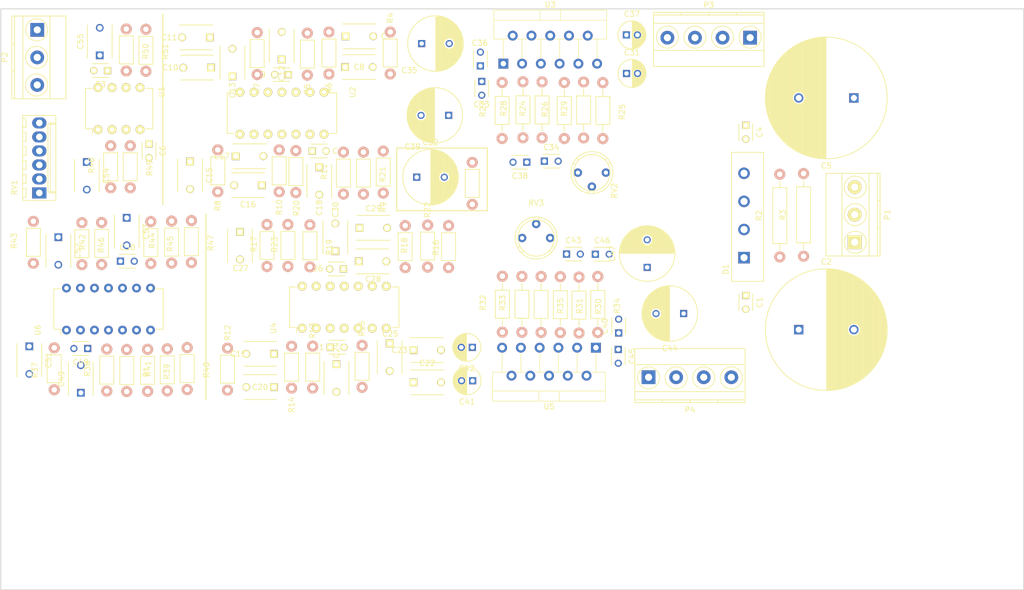
<source format=kicad_pcb>
(kicad_pcb (version 4) (host pcbnew 4.0.5+dfsg1-4)
  (layers (0 F.Cu signal) (31 B.Cu signal) (34 B.Paste user) (35 F.Paste user) (36 B.SilkS user) (37 F.SilkS user) (38 B.Mask user) (39 F.Mask user) (44 Edge.Cuts user))
  (net 0 "")
  (net 1 GND)
  (net 2 "Net-(C10-Pad2)")
  (net 3 "Net-(C12-Pad1)")
  (net 4 "Net-(C17-Pad2)")
  (net 5 +12V)
  (net 6 -12V)
  (net 7 "Net-(C25-Pad1)")
  (net 8 "Net-(C17-Pad1)")
  (net 9 "Net-(C18-Pad1)")
  (net 10 "Net-(C19-Pad2)")
  (net 11 "Net-(C24-Pad1)")
  (net 12 "Net-(C7-Pad1)")
  (net 13 "Net-(C7-Pad2)")
  (net 14 "Net-(C13-Pad1)")
  (net 15 "Net-(C15-Pad1)")
  (net 16 "Net-(C16-Pad1)")
  (net 17 "Net-(C19-Pad1)")
  (net 18 "Net-(C22-Pad2)")
  (net 19 "Net-(C27-Pad1)")
  (net 20 "Net-(C28-Pad1)")
  (net 21 "Net-(C29-Pad1)")
  (net 22 "Net-(C29-Pad2)")
  (net 23 "Net-(C30-Pad1)")
  (net 24 "Net-(R10-Pad1)")
  (net 25 "Net-(R11-Pad1)")
  (net 26 "Net-(R18-Pad1)")
  (net 27 "Net-(R19-Pad1)")
  (net 28 "Net-(RV1-Pad2)")
  (net 29 "Net-(RV1-Pad5)")
  (net 30 "Net-(C10-Pad1)")
  (net 31 "Net-(R24-Pad1)")
  (net 32 "Net-(C34-Pad1)")
  (net 33 "Net-(C22-Pad1)")
  (net 34 "Net-(C37-Pad2)")
  (net 35 "Net-(C38-Pad1)")
  (net 36 "Net-(C42-Pad2)")
  (net 37 "Net-(C43-Pad1)")
  (net 38 "Net-(C46-Pad1)")
  (net 39 "Net-(R27-Pad1)")
  (net 40 "Net-(R30-Pad1)")
  (net 41 "Net-(R33-Pad1)")
  (net 42 /right_high_out)
  (net 43 /right_low_out)
  (net 44 /left_high_out)
  (net 45 /left_low_out)
  (net 46 /-12VAC)
  (net 47 /+12VAC)
  (net 48 /1s_delay)
  (net 49 /right_tweeter_ph)
  (net 50 /left_tweeter_ph)
  (net 51 /right_woofer_in)
  (net 52 "Net-(C49-Pad2)")
  (net 53 "Net-(C51-Pad1)")
  (net 54 "Net-(C51-Pad2)")
  (net 55 "Net-(C52-Pad1)")
  (net 56 "Net-(C52-Pad2)")
  (net 57 /left_woofer_in)
  (net 58 "Net-(C53-Pad2)")
  (net 59 /right_in)
  (net 60 /left_in)
  (net 61 "Net-(R1-Pad1)")
  (net 62 "Net-(R39-Pad1)")
  (net 63 "Net-(R42-Pad1)")
  (net 64 "Net-(R44-Pad1)")
  (net 65 "Net-(R25-Pad2)")
  (net 66 "Net-(R32-Pad2)")
  (net 67 "Net-(C54-Pad2)")
  (net 68 "Net-(C55-Pad2)")
  (net 69 "Net-(C31-Pad1)")
  (net 70 "Net-(C37-Pad1)")
  (net 71 "Net-(C41-Pad1)")
  (net 72 "Net-(C42-Pad1)")
  (net 73 "Net-(RV2-Pad2)")
  (net 74 "Net-(RV3-Pad2)")
  (module Housings_DIP:DIP-14_W7.62mm (layer F.Cu) (at 86.065918 31.342686 270)
    (fp_text reference U2 (at 0 -5.22 270) (layer F.SilkS))
    (fp_text value TL074)
    (pad 1 thru_hole oval (at 0 0 270) (size 1.6 1.6) (drill 0.8) (layers *.Cu *.Mask F.SilkS) (net 12 "Net-(C7-Pad1)"))
    (pad 2 thru_hole oval (at 0 2.54 270) (size 1.6 1.6) (drill 0.8) (layers *.Cu *.Mask F.SilkS) (net 12 "Net-(C7-Pad1)"))
    (pad 3 thru_hole oval (at 0 5.08 270) (size 1.6 1.6) (drill 0.8) (layers *.Cu *.Mask F.SilkS) (net 3 "Net-(C12-Pad1)"))
    (pad 4 thru_hole oval (at 0 7.62 270) (size 1.6 1.6) (drill 0.8) (layers *.Cu *.Mask F.SilkS) (net 5 +12V))
    (pad 5 thru_hole oval (at 0 10.16 270) (size 1.6 1.6) (drill 0.8) (layers *.Cu *.Mask F.SilkS) (net 14 "Net-(C13-Pad1)"))
    (pad 6 thru_hole oval (at 0 12.7 270) (size 1.6 1.6) (drill 0.8) (layers *.Cu *.Mask F.SilkS) (net 30 "Net-(C10-Pad1)"))
    (pad 7 thru_hole oval (at 0 15.24 270) (size 1.6 1.6) (drill 0.8) (layers *.Cu *.Mask F.SilkS) (net 30 "Net-(C10-Pad1)"))
    (pad 8 thru_hole oval (at 7.62 15.24 270) (size 1.6 1.6) (drill 0.8) (layers *.Cu *.Mask F.SilkS) (net 4 "Net-(C17-Pad2)"))
    (pad 9 thru_hole oval (at 7.62 12.7 270) (size 1.6 1.6) (drill 0.8) (layers *.Cu *.Mask F.SilkS) (net 4 "Net-(C17-Pad2)"))
    (pad 10 thru_hole oval (at 7.62 10.16 270) (size 1.6 1.6) (drill 0.8) (layers *.Cu *.Mask F.SilkS) (net 16 "Net-(C16-Pad1)"))
    (pad 11 thru_hole oval (at 7.62 7.62 270) (size 1.6 1.6) (drill 0.8) (layers *.Cu *.Mask F.SilkS) (net 6 -12V))
    (pad 12 thru_hole oval (at 7.62 5.08 270) (size 1.6 1.6) (drill 0.8) (layers *.Cu *.Mask F.SilkS) (net 9 "Net-(C18-Pad1)"))
    (pad 13 thru_hole oval (at 7.62 2.54 270) (size 1.6 1.6) (drill 0.8) (layers *.Cu *.Mask F.SilkS) (net 34 "Net-(C37-Pad2)"))
    (pad 14 thru_hole oval (at 7.62 0 270) (size 1.6 1.6) (drill 0.8) (layers *.Cu *.Mask F.SilkS) (net 34 "Net-(C37-Pad2)"))
  )
  (module Terminal_Blocks:TerminalBlock_Pheonix_MKDS1.5-3pol (layer F.Cu) (at 182.276096 58.559796 90)
    (fp_text reference P1 (at 5 5.9 90) (layer F.SilkS))
    (fp_text value CONN_01X03)
    (pad 3 thru_hole circle (at 10 0 90) (size 2.5 2.5) (drill 1.3) (layers *.Cu *.Mask F.SilkS) (net 47 /+12VAC))
    (pad 1 thru_hole rect (at 0 0 90) (size 2.5 2.5) (drill 1.3) (layers *.Cu *.Mask F.SilkS) (net 46 /-12VAC))
    (pad 2 thru_hole circle (at 5 0 90) (size 2.5 2.5) (drill 1.3) (layers *.Cu *.Mask F.SilkS) (net 1 GND))
  )
  (module Capacitors_ThroughHole:C_Disc_D6_P5 (layer F.Cu) (at 65.569398 26.874826 180)
    (fp_text reference C10 (at 7.366 0 180) (layer F.SilkS))
    (fp_text value 100n)
    (pad 1 thru_hole rect (at 0 0 180) (size 1.4 1.4) (drill 0.9) (layers *.Cu *.Mask F.SilkS) (net 30 "Net-(C10-Pad1)"))
    (pad 2 thru_hole circle (at 5 0 180) (size 1.4 1.4) (drill 0.9) (layers *.Cu *.Mask F.SilkS) (net 2 "Net-(C10-Pad2)"))
  )
  (module Capacitors_ThroughHole:C_Disc_D6_P5 (layer F.Cu) (at 65.373818 21.401126 180)
    (fp_text reference C11 (at 7.366 0 180) (layer F.SilkS))
    (fp_text value 100n)
    (pad 1 thru_hole rect (at 0 0 180) (size 1.4 1.4) (drill 0.9) (layers *.Cu *.Mask F.SilkS) (net 30 "Net-(C10-Pad1)"))
    (pad 2 thru_hole circle (at 5 0 180) (size 1.4 1.4) (drill 0.9) (layers *.Cu *.Mask F.SilkS) (net 2 "Net-(C10-Pad2)"))
  )
  (module Capacitors_ThroughHole:C_Disc_D6_P5 (layer F.Cu) (at 78.407818 25.392746 90)
    (fp_text reference C12 (at -2.54 0 90) (layer F.SilkS))
    (fp_text value 100n)
    (pad 1 thru_hole rect (at 0 0 90) (size 1.4 1.4) (drill 0.9) (layers *.Cu *.Mask F.SilkS) (net 3 "Net-(C12-Pad1)"))
    (pad 2 thru_hole circle (at 5 0 90) (size 1.4 1.4) (drill 0.9) (layers *.Cu *.Mask F.SilkS) (net 1 GND))
  )
  (module Capacitors_ThroughHole:C_Disc_D6_P5 (layer F.Cu) (at 70.068998 42.958106)
    (fp_text reference C17 (at -2.54 0) (layer F.SilkS))
    (fp_text value 100n)
    (pad 1 thru_hole rect (at 0 0) (size 1.4 1.4) (drill 0.9) (layers *.Cu *.Mask F.SilkS) (net 8 "Net-(C17-Pad1)"))
    (pad 2 thru_hole circle (at 5 0) (size 1.4 1.4) (drill 0.9) (layers *.Cu *.Mask F.SilkS) (net 4 "Net-(C17-Pad2)"))
  )
  (module Capacitors_ThroughHole:C_Disc_D6_P5 (layer F.Cu) (at 85.212478 44.945646 270)
    (fp_text reference C18 (at 7.366 0 270) (layer F.SilkS))
    (fp_text value 100n)
    (pad 1 thru_hole rect (at 0 0 270) (size 1.4 1.4) (drill 0.9) (layers *.Cu *.Mask F.SilkS) (net 9 "Net-(C18-Pad1)"))
    (pad 2 thru_hole circle (at 5 0 270) (size 1.4 1.4) (drill 0.9) (layers *.Cu *.Mask F.SilkS) (net 8 "Net-(C17-Pad1)"))
  )
  (module Capacitors_ThroughHole:C_Disc_D6_P5 (layer F.Cu) (at 76.99122 78.81874 180)
    (fp_text reference C19 (at 6.42938 0 180) (layer F.SilkS))
    (fp_text value 100n)
    (pad 1 thru_hole rect (at 0 0 180) (size 1.4 1.4) (drill 0.9) (layers *.Cu *.Mask F.SilkS) (net 17 "Net-(C19-Pad1)"))
    (pad 2 thru_hole circle (at 5 0 180) (size 1.4 1.4) (drill 0.9) (layers *.Cu *.Mask F.SilkS) (net 10 "Net-(C19-Pad2)"))
  )
  (module Capacitors_ThroughHole:C_Disc_D6_P5 (layer F.Cu) (at 76.9874 84.8487 180)
    (fp_text reference C20 (at 2.5 0 180) (layer F.SilkS))
    (fp_text value 100n)
    (pad 1 thru_hole rect (at 0 0 180) (size 1.4 1.4) (drill 0.9) (layers *.Cu *.Mask F.SilkS) (net 17 "Net-(C19-Pad1)"))
    (pad 2 thru_hole circle (at 5 0 180) (size 1.4 1.4) (drill 0.9) (layers *.Cu *.Mask F.SilkS) (net 10 "Net-(C19-Pad2)"))
  )
  (module Capacitors_ThroughHole:C_Disc_D6_P5 (layer F.Cu) (at 102.28198 83.98764)
    (fp_text reference C22 (at 2.5 -3.5) (layer F.SilkS))
    (fp_text value 100n)
    (pad 1 thru_hole rect (at 0 0) (size 1.4 1.4) (drill 0.9) (layers *.Cu *.Mask F.SilkS) (net 33 "Net-(C22-Pad1)"))
    (pad 2 thru_hole circle (at 5 0) (size 1.4 1.4) (drill 0.9) (layers *.Cu *.Mask F.SilkS) (net 18 "Net-(C22-Pad2)"))
  )
  (module Capacitors_ThroughHole:C_Disc_D3_P2.5 (layer F.Cu) (at 83.942478 42.020206)
    (fp_text reference C14 (at 5.08 0) (layer F.SilkS))
    (fp_text value 100n)
    (pad 1 thru_hole rect (at 0 0) (size 1.3 1.3) (drill 0.8) (layers *.Cu *.Mask F.SilkS) (net 6 -12V))
    (pad 2 thru_hole circle (at 2.5 0) (size 1.3 1.3) (drill 0.8001) (layers *.Cu *.Mask F.SilkS) (net 1 GND))
  )
  (module Capacitors_ThroughHole:C_Disc_D3_P2.5 (layer F.Cu) (at 162.527596 68.211796 270)
    (fp_text reference C1 (at 1.25 -2.5 270) (layer F.SilkS))
    (fp_text value 100n)
    (pad 1 thru_hole rect (at 0 0 270) (size 1.3 1.3) (drill 0.8) (layers *.Cu *.Mask F.SilkS) (net 5 +12V))
    (pad 2 thru_hole circle (at 2.5 0 270) (size 1.3 1.3) (drill 0.8001) (layers *.Cu *.Mask F.SilkS) (net 1 GND))
  )
  (module Capacitors_ThroughHole:C_Disc_D6_P5 (layer F.Cu) (at 89.995298 21.205546)
    (fp_text reference C7 (at 7.366 0) (layer F.SilkS))
    (fp_text value 100n)
    (pad 1 thru_hole rect (at 0 0) (size 1.4 1.4) (drill 0.9) (layers *.Cu *.Mask F.SilkS) (net 12 "Net-(C7-Pad1)"))
    (pad 2 thru_hole circle (at 5 0) (size 1.4 1.4) (drill 0.9) (layers *.Cu *.Mask F.SilkS) (net 13 "Net-(C7-Pad2)"))
  )
  (module Capacitors_ThroughHole:C_Disc_D6_P5 (layer F.Cu) (at 89.896238 26.778306)
    (fp_text reference C8 (at 2.54 0) (layer F.SilkS))
    (fp_text value 100n)
    (pad 1 thru_hole rect (at 0 0) (size 1.4 1.4) (drill 0.9) (layers *.Cu *.Mask F.SilkS) (net 12 "Net-(C7-Pad1)"))
    (pad 2 thru_hole circle (at 5 0) (size 1.4 1.4) (drill 0.9) (layers *.Cu *.Mask F.SilkS) (net 13 "Net-(C7-Pad2)"))
  )
  (module Capacitors_ThroughHole:C_Disc_D6_P5 (layer F.Cu) (at 102.28198 78.12786)
    (fp_text reference C23 (at -2.54 0) (layer F.SilkS))
    (fp_text value 100n)
    (pad 1 thru_hole rect (at 0 0) (size 1.4 1.4) (drill 0.9) (layers *.Cu *.Mask F.SilkS) (net 33 "Net-(C22-Pad1)"))
    (pad 2 thru_hole circle (at 5 0) (size 1.4 1.4) (drill 0.9) (layers *.Cu *.Mask F.SilkS) (net 18 "Net-(C22-Pad2)"))
  )
  (module Capacitors_ThroughHole:C_Disc_D6_P5 (layer F.Cu) (at 88.3285 80.70976 270)
    (fp_text reference C24 (at -2.54 0 270) (layer F.SilkS))
    (fp_text value 100n)
    (pad 1 thru_hole rect (at 0 0 270) (size 1.4 1.4) (drill 0.9) (layers *.Cu *.Mask F.SilkS) (net 11 "Net-(C24-Pad1)"))
    (pad 2 thru_hole circle (at 5 0 270) (size 1.4 1.4) (drill 0.9) (layers *.Cu *.Mask F.SilkS) (net 1 GND))
  )
  (module Capacitors_ThroughHole:C_Disc_D6_P5 (layer F.Cu) (at 97.97796 76.9239 270)
    (fp_text reference C25 (at -1.7653 -0.1016 360) (layer F.SilkS))
    (fp_text value 100n)
    (pad 1 thru_hole rect (at 0 0 270) (size 1.4 1.4) (drill 0.9) (layers *.Cu *.Mask F.SilkS) (net 7 "Net-(C25-Pad1)"))
    (pad 2 thru_hole circle (at 5 0 270) (size 1.4 1.4) (drill 0.9) (layers *.Cu *.Mask F.SilkS) (net 1 GND))
  )
  (module Capacitors_ThroughHole:C_Disc_D6_P5 (layer F.Cu) (at 70.8406 56.6712 270)
    (fp_text reference C27 (at 6.6294 -0.1143 360) (layer F.SilkS))
    (fp_text value 100n)
    (pad 1 thru_hole rect (at 0 0 270) (size 1.4 1.4) (drill 0.9) (layers *.Cu *.Mask F.SilkS) (net 19 "Net-(C27-Pad1)"))
    (pad 2 thru_hole circle (at 5 0 270) (size 1.4 1.4) (drill 0.9) (layers *.Cu *.Mask F.SilkS) (net 50 /left_tweeter_ph))
  )
  (module Capacitors_ThroughHole:C_Disc_D6_P5 (layer F.Cu) (at 92.37472 62.04204)
    (fp_text reference C28 (at 2.6162 3.2131) (layer F.SilkS))
    (fp_text value 100n)
    (pad 1 thru_hole rect (at 0 0) (size 1.4 1.4) (drill 0.9) (layers *.Cu *.Mask F.SilkS) (net 20 "Net-(C28-Pad1)"))
    (pad 2 thru_hole circle (at 5 0) (size 1.4 1.4) (drill 0.9) (layers *.Cu *.Mask F.SilkS) (net 19 "Net-(C27-Pad1)"))
  )
  (module Resistors_ThroughHole:Resistor_Horizontal_RM15mm (layer F.Cu) (at 168.687096 61.226796 90)
    (fp_text reference R2 (at 7.5 -3.74904 90) (layer F.SilkS))
    (fp_text value "1K 1W")
    (pad 1 thru_hole circle (at 0 0 90) (size 1.99898 1.99898) (drill 1.00076) (layers *.Cu *.SilkS *.Mask) (net 5 +12V))
    (pad 2 thru_hole circle (at 15 0 90) (size 1.99898 1.99898) (drill 1.00076) (layers *.Cu *.SilkS *.Mask) (net 1 GND))
  )
  (module Resistors_ThroughHole:Resistor_Horizontal_RM15mm (layer F.Cu) (at 173.005096 61.099796 90)
    (fp_text reference R3 (at 7.5 -3.74904 90) (layer F.SilkS))
    (fp_text value "1K 1W")
    (pad 1 thru_hole circle (at 0 0 90) (size 1.99898 1.99898) (drill 1.00076) (layers *.Cu *.SilkS *.Mask) (net 1 GND))
    (pad 2 thru_hole circle (at 15 0 90) (size 1.99898 1.99898) (drill 1.00076) (layers *.Cu *.SilkS *.Mask) (net 6 -12V))
  )
  (module Capacitors_ThroughHole:C_Disc_D3_P2.5 (layer F.Cu) (at 46.83252 27.41422 180)
    (fp_text reference C3 (at 1.25 -2.5 180) (layer F.SilkS))
    (fp_text value 100n)
    (pad 1 thru_hole rect (at 0 0 180) (size 1.3 1.3) (drill 0.8) (layers *.Cu *.Mask F.SilkS) (net 1 GND))
    (pad 2 thru_hole circle (at 2.5 0 180) (size 1.3 1.3) (drill 0.8001) (layers *.Cu *.Mask F.SilkS) (net 5 +12V))
  )
  (module Capacitors_ThroughHole:C_Disc_D3_P2.5 (layer F.Cu) (at 162.527596 37.350796 270)
    (fp_text reference C4 (at 1.25 -2.5 270) (layer F.SilkS))
    (fp_text value 100n)
    (pad 1 thru_hole rect (at 0 0 270) (size 1.3 1.3) (drill 0.8) (layers *.Cu *.Mask F.SilkS) (net 1 GND))
    (pad 2 thru_hole circle (at 2.5 0 270) (size 1.3 1.3) (drill 0.8001) (layers *.Cu *.Mask F.SilkS) (net 6 -12V))
  )
  (module Capacitors_ThroughHole:C_Disc_D3_P2.5 (layer F.Cu) (at 54.35346 40.7289 270)
    (fp_text reference C6 (at 1.25 -2.5 270) (layer F.SilkS))
    (fp_text value 100n)
    (pad 1 thru_hole rect (at 0 0 270) (size 1.3 1.3) (drill 0.8) (layers *.Cu *.Mask F.SilkS) (net 6 -12V))
    (pad 2 thru_hole circle (at 2.5 0 270) (size 1.3 1.3) (drill 0.8001) (layers *.Cu *.Mask F.SilkS) (net 1 GND))
  )
  (module Capacitors_ThroughHole:C_Disc_D3_P2.5 (layer F.Cu) (at 79.624478 28.144826 180)
    (fp_text reference C9 (at 5.08 0 180) (layer F.SilkS))
    (fp_text value 100n)
    (pad 1 thru_hole rect (at 0 0 180) (size 1.3 1.3) (drill 0.8) (layers *.Cu *.Mask F.SilkS) (net 1 GND))
    (pad 2 thru_hole circle (at 2.5 0 180) (size 1.3 1.3) (drill 0.8001) (layers *.Cu *.Mask F.SilkS) (net 5 +12V))
  )
  (module Capacitors_ThroughHole:C_Disc_D6_P5 (layer F.Cu) (at 69.464478 28.453446 90)
    (fp_text reference C13 (at -2.54 0 90) (layer F.SilkS))
    (fp_text value 100n)
    (pad 1 thru_hole rect (at 0 0 90) (size 1.4 1.4) (drill 0.9) (layers *.Cu *.Mask F.SilkS) (net 14 "Net-(C13-Pad1)"))
    (pad 2 thru_hole circle (at 5 0 90) (size 1.4 1.4) (drill 0.9) (layers *.Cu *.Mask F.SilkS) (net 1 GND))
  )
  (module Capacitors_ThroughHole:C_Disc_D6_P5 (layer F.Cu) (at 61.79312 43.92168 270)
    (fp_text reference C15 (at 2.5 -3.5 270) (layer F.SilkS))
    (fp_text value 100n)
    (pad 1 thru_hole rect (at 0 0 270) (size 1.4 1.4) (drill 0.9) (layers *.Cu *.Mask F.SilkS) (net 15 "Net-(C15-Pad1)"))
    (pad 2 thru_hole circle (at 5 0 270) (size 1.4 1.4) (drill 0.9) (layers *.Cu *.Mask F.SilkS) (net 49 /right_tweeter_ph))
  )
  (module Capacitors_ThroughHole:C_Disc_D6_P5 (layer F.Cu) (at 74.798478 48.213366 180)
    (fp_text reference C16 (at 2.5 -3.5 180) (layer F.SilkS))
    (fp_text value 100n)
    (pad 1 thru_hole rect (at 0 0 180) (size 1.4 1.4) (drill 0.9) (layers *.Cu *.Mask F.SilkS) (net 16 "Net-(C16-Pad1)"))
    (pad 2 thru_hole circle (at 5 0 180) (size 1.4 1.4) (drill 0.9) (layers *.Cu *.Mask F.SilkS) (net 15 "Net-(C15-Pad1)"))
  )
  (module Capacitors_ThroughHole:C_Disc_D3_P2.5 (layer F.Cu) (at 87.20518 77.61224)
    (fp_text reference C21 (at -2.54 0) (layer F.SilkS))
    (fp_text value 100n)
    (pad 1 thru_hole rect (at 0 0) (size 1.3 1.3) (drill 0.8) (layers *.Cu *.Mask F.SilkS) (net 1 GND))
    (pad 2 thru_hole circle (at 2.5 0) (size 1.3 1.3) (drill 0.8001) (layers *.Cu *.Mask F.SilkS) (net 5 +12V))
  )
  (module Capacitors_ThroughHole:C_Disc_D3_P2.5 (layer F.Cu) (at 89.59914 63.41364 180)
    (fp_text reference C26 (at 5.1181 0.0889 180) (layer F.SilkS))
    (fp_text value 100n)
    (pad 1 thru_hole rect (at 0 0 180) (size 1.3 1.3) (drill 0.8) (layers *.Cu *.Mask F.SilkS) (net 6 -12V))
    (pad 2 thru_hole circle (at 2.5 0 180) (size 1.3 1.3) (drill 0.8001) (layers *.Cu *.Mask F.SilkS) (net 1 GND))
  )
  (module Capacitors_ThroughHole:C_Disc_D6_P5 (layer F.Cu) (at 92.51442 55.94858)
    (fp_text reference C29 (at 2.5 -3.5) (layer F.SilkS))
    (fp_text value 100n)
    (pad 1 thru_hole rect (at 0 0) (size 1.4 1.4) (drill 0.9) (layers *.Cu *.Mask F.SilkS) (net 21 "Net-(C29-Pad1)"))
    (pad 2 thru_hole circle (at 5 0) (size 1.4 1.4) (drill 0.9) (layers *.Cu *.Mask F.SilkS) (net 22 "Net-(C29-Pad2)"))
  )
  (module Capacitors_ThroughHole:C_Disc_D6_P5 (layer F.Cu) (at 88.12276 60.16626 90)
    (fp_text reference C30 (at 7.493 0.0508 90) (layer F.SilkS))
    (fp_text value 100n)
    (pad 1 thru_hole rect (at 0 0 90) (size 1.4 1.4) (drill 0.9) (layers *.Cu *.Mask F.SilkS) (net 23 "Net-(C30-Pad1)"))
    (pad 2 thru_hole circle (at 5 0 90) (size 1.4 1.4) (drill 0.9) (layers *.Cu *.Mask F.SilkS) (net 21 "Net-(C29-Pad1)"))
  )
  (module Housings_DIP:DIP-8_W7.62mm (layer F.Cu) (at 45.1104 38.1254 90)
    (fp_text reference U1 (at 6.858 11.557 90) (layer F.SilkS))
    (fp_text value TL072)
    (pad 1 thru_hole oval (at 0 0 90) (size 1.6 1.6) (drill 0.8) (layers *.Cu *.Mask F.SilkS) (net 51 /right_woofer_in))
    (pad 2 thru_hole oval (at 0 2.54 90) (size 1.6 1.6) (drill 0.8) (layers *.Cu *.Mask F.SilkS) (net 67 "Net-(C54-Pad2)"))
    (pad 3 thru_hole oval (at 0 5.08 90) (size 1.6 1.6) (drill 0.8) (layers *.Cu *.Mask F.SilkS) (net 28 "Net-(RV1-Pad2)"))
    (pad 4 thru_hole oval (at 0 7.62 90) (size 1.6 1.6) (drill 0.8) (layers *.Cu *.Mask F.SilkS) (net 6 -12V))
    (pad 5 thru_hole oval (at 7.62 7.62 90) (size 1.6 1.6) (drill 0.8) (layers *.Cu *.Mask F.SilkS) (net 29 "Net-(RV1-Pad5)"))
    (pad 6 thru_hole oval (at 7.62 5.08 90) (size 1.6 1.6) (drill 0.8) (layers *.Cu *.Mask F.SilkS) (net 68 "Net-(C55-Pad2)"))
    (pad 7 thru_hole oval (at 7.62 2.54 90) (size 1.6 1.6) (drill 0.8) (layers *.Cu *.Mask F.SilkS) (net 57 /left_woofer_in))
    (pad 8 thru_hole oval (at 7.62 0 90) (size 1.6 1.6) (drill 0.8) (layers *.Cu *.Mask F.SilkS) (net 5 +12V))
  )
  (module Housings_DIP:DIP-14_W7.62mm (layer F.Cu) (at 82.1182 74.15784 90)
    (fp_text reference U4 (at 0 -5.22 90) (layer F.SilkS))
    (fp_text value TL074)
    (pad 1 thru_hole oval (at 0 0 90) (size 1.6 1.6) (drill 0.8) (layers *.Cu *.Mask F.SilkS) (net 17 "Net-(C19-Pad1)"))
    (pad 2 thru_hole oval (at 0 2.54 90) (size 1.6 1.6) (drill 0.8) (layers *.Cu *.Mask F.SilkS) (net 17 "Net-(C19-Pad1)"))
    (pad 3 thru_hole oval (at 0 5.08 90) (size 1.6 1.6) (drill 0.8) (layers *.Cu *.Mask F.SilkS) (net 11 "Net-(C24-Pad1)"))
    (pad 4 thru_hole oval (at 0 7.62 90) (size 1.6 1.6) (drill 0.8) (layers *.Cu *.Mask F.SilkS) (net 5 +12V))
    (pad 5 thru_hole oval (at 0 10.16 90) (size 1.6 1.6) (drill 0.8) (layers *.Cu *.Mask F.SilkS) (net 7 "Net-(C25-Pad1)"))
    (pad 6 thru_hole oval (at 0 12.7 90) (size 1.6 1.6) (drill 0.8) (layers *.Cu *.Mask F.SilkS) (net 33 "Net-(C22-Pad1)"))
    (pad 7 thru_hole oval (at 0 15.24 90) (size 1.6 1.6) (drill 0.8) (layers *.Cu *.Mask F.SilkS) (net 33 "Net-(C22-Pad1)"))
    (pad 8 thru_hole oval (at 7.62 15.24 90) (size 1.6 1.6) (drill 0.8) (layers *.Cu *.Mask F.SilkS) (net 22 "Net-(C29-Pad2)"))
    (pad 9 thru_hole oval (at 7.62 12.7 90) (size 1.6 1.6) (drill 0.8) (layers *.Cu *.Mask F.SilkS) (net 22 "Net-(C29-Pad2)"))
    (pad 10 thru_hole oval (at 7.62 10.16 90) (size 1.6 1.6) (drill 0.8) (layers *.Cu *.Mask F.SilkS) (net 20 "Net-(C28-Pad1)"))
    (pad 11 thru_hole oval (at 7.62 7.62 90) (size 1.6 1.6) (drill 0.8) (layers *.Cu *.Mask F.SilkS) (net 6 -12V))
    (pad 12 thru_hole oval (at 7.62 5.08 90) (size 1.6 1.6) (drill 0.8) (layers *.Cu *.Mask F.SilkS) (net 23 "Net-(C30-Pad1)"))
    (pad 13 thru_hole oval (at 7.62 2.54 90) (size 1.6 1.6) (drill 0.8) (layers *.Cu *.Mask F.SilkS) (net 36 "Net-(C42-Pad2)"))
    (pad 14 thru_hole oval (at 7.62 0 90) (size 1.6 1.6) (drill 0.8) (layers *.Cu *.Mask F.SilkS) (net 36 "Net-(C42-Pad2)"))
  )
  (module Capacitors_ThroughHole:C_Radial_D5_L11_P2 (layer F.Cu) (at 140.90802 27.94508)
    (fp_text reference C31 (at 1 -3.8) (layer F.SilkS))
    (fp_text value 1u)
    (pad 1 thru_hole rect (at 0 0) (size 1.3 1.3) (drill 0.8) (layers *.Cu *.Mask) (net 69 "Net-(C31-Pad1)"))
    (pad 2 thru_hole circle (at 2 0) (size 1.3 1.3) (drill 0.8) (layers *.Cu *.Mask) (net 30 "Net-(C10-Pad1)"))
  )
  (module Resistors_ThroughHole:Resistor_Horizontal_RM10mm (layer F.Cu) (at 125.60554 39.62908 90)
    (fp_text reference R24 (at 5.32892 -3.50012 90) (layer F.SilkS))
    (fp_text value 68K)
    (pad 1 thru_hole circle (at 0 0 90) (size 1.99898 1.99898) (drill 1.00076) (layers *.Cu *.SilkS *.Mask) (net 31 "Net-(R24-Pad1)"))
    (pad 2 thru_hole circle (at 10.16 0 90) (size 1.99898 1.99898) (drill 1.00076) (layers *.Cu *.SilkS *.Mask) (net 43 /right_low_out))
  )
  (module Resistors_ThroughHole:Resistor_Horizontal_RM10mm (layer F.Cu) (at 136.61136 29.60116 270)
    (fp_text reference R25 (at 5.32892 -3.50012 270) (layer F.SilkS))
    (fp_text value 1K5)
    (pad 1 thru_hole circle (at 0 0 270) (size 1.99898 1.99898) (drill 1.00076) (layers *.Cu *.SilkS *.Mask) (net 1 GND))
    (pad 2 thru_hole circle (at 10.16 0 270) (size 1.99898 1.99898) (drill 1.00076) (layers *.Cu *.SilkS *.Mask) (net 65 "Net-(R25-Pad2)"))
  )
  (module Capacitors_ThroughHole:C_Radial_D10_L20_P5 (layer F.Cu) (at 102.87634 46.75886)
    (fp_text reference C32 (at 2.5 -6.3) (layer F.SilkS))
    (fp_text value 1000u)
    (pad 1 thru_hole rect (at 0 0) (size 1.3 1.3) (drill 0.8) (layers *.Cu *.Mask) (net 5 +12V))
    (pad 2 thru_hole circle (at 5 0) (size 1.3 1.3) (drill 0.8) (layers *.Cu *.Mask) (net 48 /1s_delay))
  )
  (module Capacitors_ThroughHole:C_Disc_D3_P2.5 (layer F.Cu) (at 114.6683 29.38716 270)
    (fp_text reference C33 (at 4.1891 0.0254 360) (layer F.SilkS))
    (fp_text value 100n)
    (pad 1 thru_hole rect (at 0 0 270) (size 1.3 1.3) (drill 0.8) (layers *.Cu *.Mask) (net 5 +12V))
    (pad 2 thru_hole circle (at 2.5 0 270) (size 1.3 1.3) (drill 0.8001) (layers *.Cu *.Mask) (net 1 GND))
  )
  (module Capacitors_ThroughHole:C_Disc_D3_P2.5 (layer F.Cu) (at 126.024 43.8531)
    (fp_text reference C34 (at 1.25 -2.5) (layer F.SilkS))
    (fp_text value 100n)
    (pad 1 thru_hole rect (at 0 0) (size 1.3 1.3) (drill 0.8) (layers *.Cu *.Mask) (net 32 "Net-(C34-Pad1)"))
    (pad 2 thru_hole circle (at 2.5 0) (size 1.3 1.3) (drill 0.8001) (layers *.Cu *.Mask) (net 1 GND))
  )
  (module Capacitors_ThroughHole:C_Radial_D10_L20_P5 (layer F.Cu) (at 103.7755 22.5171)
    (fp_text reference C35 (at -2.2352 4.8514) (layer F.SilkS))
    (fp_text value 1000u)
    (pad 1 thru_hole rect (at 0 0) (size 1.3 1.3) (drill 0.8) (layers *.Cu *.Mask) (net 1 GND))
    (pad 2 thru_hole circle (at 5 0) (size 1.3 1.3) (drill 0.8) (layers *.Cu *.Mask) (net 6 -12V))
  )
  (module Capacitors_ThroughHole:C_Disc_D3_P2.5 (layer F.Cu) (at 114.42446 26.57412 90)
    (fp_text reference C36 (at 4.1529 -0.1143 360) (layer F.SilkS))
    (fp_text value 100n)
    (pad 1 thru_hole rect (at 0 0 90) (size 1.3 1.3) (drill 0.8) (layers *.Cu *.Mask) (net 6 -12V))
    (pad 2 thru_hole circle (at 2.5 0 90) (size 1.3 1.3) (drill 0.8001) (layers *.Cu *.Mask) (net 1 GND))
  )
  (module Resistors_ThroughHole:Resistor_Horizontal_RM10mm (layer F.Cu) (at 129.6289 39.751 90)
    (fp_text reference R26 (at 5.32892 -3.50012 90) (layer F.SilkS))
    (fp_text value 4.8R)
    (pad 1 thru_hole circle (at 0 0 90) (size 1.99898 1.99898) (drill 1.00076) (layers *.Cu *.SilkS *.Mask) (net 32 "Net-(C34-Pad1)"))
    (pad 2 thru_hole circle (at 10.16 0 90) (size 1.99898 1.99898) (drill 1.00076) (layers *.Cu *.SilkS *.Mask) (net 43 /right_low_out))
  )
  (module Capacitors_ThroughHole:C_Radial_D5_L11_P2 (layer F.Cu) (at 140.89126 20.94992)
    (fp_text reference C37 (at 1 -3.8) (layer F.SilkS))
    (fp_text value 1u)
    (pad 1 thru_hole rect (at 0 0) (size 1.3 1.3) (drill 0.8) (layers *.Cu *.Mask) (net 70 "Net-(C37-Pad1)"))
    (pad 2 thru_hole circle (at 2 0) (size 1.3 1.3) (drill 0.8) (layers *.Cu *.Mask) (net 34 "Net-(C37-Pad2)"))
  )
  (module Capacitors_ThroughHole:C_Disc_D3_P2.5 (layer F.Cu) (at 122.8344 44.04614 180)
    (fp_text reference C38 (at 1.25 -2.5 180) (layer F.SilkS))
    (fp_text value 100n)
    (pad 1 thru_hole rect (at 0 0 180) (size 1.3 1.3) (drill 0.8) (layers *.Cu *.Mask) (net 35 "Net-(C38-Pad1)"))
    (pad 2 thru_hole circle (at 2.5 0 180) (size 1.3 1.3) (drill 0.8001) (layers *.Cu *.Mask) (net 1 GND))
  )
  (module Capacitors_ThroughHole:C_Radial_D10_L20_P5 (layer F.Cu) (at 108.66374 35.54476 180)
    (fp_text reference C39 (at 6.5405 -5.7023 180) (layer F.SilkS))
    (fp_text value 1000u)
    (pad 1 thru_hole rect (at 0 0 180) (size 1.3 1.3) (drill 0.8) (layers *.Cu *.Mask) (net 5 +12V))
    (pad 2 thru_hole circle (at 5 0 180) (size 1.3 1.3) (drill 0.8) (layers *.Cu *.Mask) (net 1 GND))
  )
  (module Capacitors_ThroughHole:C_Disc_D3_P2.5 (layer F.Cu) (at 139.4841 75.02208 90)
    (fp_text reference C40 (at 1.25 -2.5 90) (layer F.SilkS))
    (fp_text value 100n)
    (pad 1 thru_hole rect (at 0 0 90) (size 1.3 1.3) (drill 0.8) (layers *.Cu *.Mask) (net 5 +12V))
    (pad 2 thru_hole circle (at 2.5 0 90) (size 1.3 1.3) (drill 0.8001) (layers *.Cu *.Mask) (net 1 GND))
  )
  (module Capacitors_ThroughHole:C_Radial_D5_L11_P2 (layer F.Cu) (at 113.00714 83.68792 180)
    (fp_text reference C41 (at 1 -3.8 180) (layer F.SilkS))
    (fp_text value 1u)
    (pad 1 thru_hole rect (at 0 0 180) (size 1.3 1.3) (drill 0.8) (layers *.Cu *.Mask) (net 71 "Net-(C41-Pad1)"))
    (pad 2 thru_hole circle (at 2 0 180) (size 1.3 1.3) (drill 0.8) (layers *.Cu *.Mask) (net 33 "Net-(C22-Pad1)"))
  )
  (module Capacitors_ThroughHole:C_Radial_D5_L11_P2 (layer F.Cu) (at 112.96244 77.63002 180)
    (fp_text reference C42 (at 1 -3.8 180) (layer F.SilkS))
    (fp_text value 1u)
    (pad 1 thru_hole rect (at 0 0 180) (size 1.3 1.3) (drill 0.8) (layers *.Cu *.Mask) (net 72 "Net-(C42-Pad1)"))
    (pad 2 thru_hole circle (at 2 0 180) (size 1.3 1.3) (drill 0.8) (layers *.Cu *.Mask) (net 36 "Net-(C42-Pad2)"))
  )
  (module Capacitors_ThroughHole:C_Disc_D3_P2.5 (layer F.Cu) (at 130.0353 60.71108)
    (fp_text reference C43 (at 1.25 -2.5) (layer F.SilkS))
    (fp_text value 100n)
    (pad 1 thru_hole rect (at 0 0) (size 1.3 1.3) (drill 0.8) (layers *.Cu *.Mask) (net 37 "Net-(C43-Pad1)"))
    (pad 2 thru_hole circle (at 2.5 0) (size 1.3 1.3) (drill 0.8001) (layers *.Cu *.Mask) (net 1 GND))
  )
  (module Capacitors_ThroughHole:C_Radial_D10_L20_P5 (layer F.Cu) (at 151.257 71.501 180)
    (fp_text reference C44 (at 2.5 -6.3 180) (layer F.SilkS))
    (fp_text value 1000u)
    (pad 1 thru_hole rect (at 0 0 180) (size 1.3 1.3) (drill 0.8) (layers *.Cu *.Mask) (net 1 GND))
    (pad 2 thru_hole circle (at 5 0 180) (size 1.3 1.3) (drill 0.8) (layers *.Cu *.Mask) (net 6 -12V))
  )
  (module Capacitors_ThroughHole:C_Disc_D3_P2.5 (layer F.Cu) (at 139.41298 78.0161 270)
    (fp_text reference C45 (at 1.25 -2.5 270) (layer F.SilkS))
    (fp_text value 100n)
    (pad 1 thru_hole rect (at 0 0 270) (size 1.3 1.3) (drill 0.8) (layers *.Cu *.Mask) (net 6 -12V))
    (pad 2 thru_hole circle (at 2.5 0 270) (size 1.3 1.3) (drill 0.8001) (layers *.Cu *.Mask) (net 1 GND))
  )
  (module Capacitors_ThroughHole:C_Disc_D3_P2.5 (layer F.Cu) (at 135.2696 60.74156)
    (fp_text reference C46 (at 1.25 -2.5) (layer F.SilkS))
    (fp_text value 100n)
    (pad 1 thru_hole rect (at 0 0) (size 1.3 1.3) (drill 0.8) (layers *.Cu *.Mask) (net 38 "Net-(C46-Pad1)"))
    (pad 2 thru_hole circle (at 2.5 0) (size 1.3 1.3) (drill 0.8001) (layers *.Cu *.Mask) (net 1 GND))
  )
  (module Resistors_ThroughHole:Resistor_Horizontal_RM10mm (layer F.Cu) (at 118.36146 39.7383 90)
    (fp_text reference R27 (at 5.32892 -3.50012 90) (layer F.SilkS))
    (fp_text value 18K)
    (pad 1 thru_hole circle (at 0 0 90) (size 1.99898 1.99898) (drill 1.00076) (layers *.Cu *.SilkS *.Mask) (net 39 "Net-(R27-Pad1)"))
    (pad 2 thru_hole circle (at 10.16 0 90) (size 1.99898 1.99898) (drill 1.00076) (layers *.Cu *.SilkS *.Mask) (net 42 /right_high_out))
  )
  (module Resistors_ThroughHole:Resistor_Horizontal_RM10mm (layer F.Cu) (at 122.13844 39.6113 90)
    (fp_text reference R28 (at 5.32892 -3.50012 90) (layer F.SilkS))
    (fp_text value 4.8R)
    (pad 1 thru_hole circle (at 0 0 90) (size 1.99898 1.99898) (drill 1.00076) (layers *.Cu *.SilkS *.Mask) (net 35 "Net-(C38-Pad1)"))
    (pad 2 thru_hole circle (at 10.16 0 90) (size 1.99898 1.99898) (drill 1.00076) (layers *.Cu *.SilkS *.Mask) (net 42 /right_high_out))
  )
  (module Resistors_ThroughHole:Resistor_Horizontal_RM10mm (layer F.Cu) (at 133.12902 39.64432 90)
    (fp_text reference R29 (at 5.32892 -3.50012 90) (layer F.SilkS))
    (fp_text value 560R)
    (pad 1 thru_hole circle (at 0 0 90) (size 1.99898 1.99898) (drill 1.00076) (layers *.Cu *.SilkS *.Mask) (net 1 GND))
    (pad 2 thru_hole circle (at 10.16 0 90) (size 1.99898 1.99898) (drill 1.00076) (layers *.Cu *.SilkS *.Mask) (net 39 "Net-(R27-Pad1)"))
  )
  (module Resistors_ThroughHole:Resistor_Horizontal_RM10mm (layer F.Cu) (at 132.29336 64.8843 270)
    (fp_text reference R30 (at 5.32892 -3.50012 270) (layer F.SilkS))
    (fp_text value 68K)
    (pad 1 thru_hole circle (at 0 0 270) (size 1.99898 1.99898) (drill 1.00076) (layers *.Cu *.SilkS *.Mask) (net 40 "Net-(R30-Pad1)"))
    (pad 2 thru_hole circle (at 10.16 0 270) (size 1.99898 1.99898) (drill 1.00076) (layers *.Cu *.SilkS *.Mask) (net 45 /left_low_out))
  )
  (module Resistors_ThroughHole:Resistor_Horizontal_RM10mm (layer F.Cu) (at 128.91262 64.8081 270)
    (fp_text reference R31 (at 5.32892 -3.50012 270) (layer F.SilkS))
    (fp_text value 4.8R)
    (pad 1 thru_hole circle (at 0 0 270) (size 1.99898 1.99898) (drill 1.00076) (layers *.Cu *.SilkS *.Mask) (net 37 "Net-(C43-Pad1)"))
    (pad 2 thru_hole circle (at 10.16 0 270) (size 1.99898 1.99898) (drill 1.00076) (layers *.Cu *.SilkS *.Mask) (net 45 /left_low_out))
  )
  (module Resistors_ThroughHole:Resistor_Horizontal_RM10mm (layer F.Cu) (at 118.40718 74.8792 90)
    (fp_text reference R32 (at 5.32892 -3.50012 90) (layer F.SilkS))
    (fp_text value 1K5)
    (pad 1 thru_hole circle (at 0 0 90) (size 1.99898 1.99898) (drill 1.00076) (layers *.Cu *.SilkS *.Mask) (net 1 GND))
    (pad 2 thru_hole circle (at 10.16 0 90) (size 1.99898 1.99898) (drill 1.00076) (layers *.Cu *.SilkS *.Mask) (net 66 "Net-(R32-Pad2)"))
  )
  (module Resistors_ThroughHole:Resistor_Horizontal_RM10mm (layer F.Cu) (at 121.9454 74.9046 90)
    (fp_text reference R33 (at 5.32892 -3.50012 90) (layer F.SilkS))
    (fp_text value 18K)
    (pad 1 thru_hole circle (at 0 0 90) (size 1.99898 1.99898) (drill 1.00076) (layers *.Cu *.SilkS *.Mask) (net 41 "Net-(R33-Pad1)"))
    (pad 2 thru_hole circle (at 10.16 0 90) (size 1.99898 1.99898) (drill 1.00076) (layers *.Cu *.SilkS *.Mask) (net 44 /left_high_out))
  )
  (module Resistors_ThroughHole:Resistor_Horizontal_RM10mm (layer F.Cu) (at 135.6995 64.77254 270)
    (fp_text reference R34 (at 5.32892 -3.50012 270) (layer F.SilkS))
    (fp_text value 4.8R)
    (pad 1 thru_hole circle (at 0 0 270) (size 1.99898 1.99898) (drill 1.00076) (layers *.Cu *.SilkS *.Mask) (net 38 "Net-(C46-Pad1)"))
    (pad 2 thru_hole circle (at 10.16 0 270) (size 1.99898 1.99898) (drill 1.00076) (layers *.Cu *.SilkS *.Mask) (net 44 /left_high_out))
  )
  (module Resistors_ThroughHole:Resistor_Horizontal_RM10mm (layer F.Cu) (at 125.43536 64.77254 270)
    (fp_text reference R35 (at 5.32892 -3.50012 270) (layer F.SilkS))
    (fp_text value 560R)
    (pad 1 thru_hole circle (at 0 0 270) (size 1.99898 1.99898) (drill 1.00076) (layers *.Cu *.SilkS *.Mask) (net 1 GND))
    (pad 2 thru_hole circle (at 10.16 0 270) (size 1.99898 1.99898) (drill 1.00076) (layers *.Cu *.SilkS *.Mask) (net 41 "Net-(R33-Pad1)"))
  )
  (module Terminal_Blocks:TerminalBlock_Pheonix_MKDS1.5-3pol (layer F.Cu) (at 34.0868 20.0279 270)
    (fp_text reference P2 (at 5 5.9 270) (layer F.SilkS))
    (fp_text value CONN_01X03)
    (pad 3 thru_hole circle (at 10 0 270) (size 2.5 2.5) (drill 1.3) (layers *.Cu *.Mask) (net 59 /right_in))
    (pad 1 thru_hole rect (at 0 0 270) (size 2.5 2.5) (drill 1.3) (layers *.Cu *.Mask) (net 60 /left_in))
    (pad 2 thru_hole circle (at 5 0 270) (size 2.5 2.5) (drill 1.3) (layers *.Cu *.Mask) (net 1 GND))
  )
  (module Terminal_Blocks:TerminalBlock_Pheonix_MKDS1.5-4pol (layer F.Cu) (at 144.907 83.058)
    (fp_text reference P4 (at 7.5 5.9) (layer F.SilkS))
    (fp_text value CONN_01X04)
    (pad 4 thru_hole circle (at 15 0) (size 2.5 2.5) (drill 1.3) (layers *.Cu *.Mask) (net 44 /left_high_out))
    (pad 3 thru_hole circle (at 10 0) (size 2.5 2.5) (drill 1.3) (layers *.Cu *.Mask) (net 1 GND))
    (pad 1 thru_hole rect (at 0 0) (size 2.5 2.5) (drill 1.3) (layers *.Cu *.Mask) (net 45 /left_low_out))
    (pad 2 thru_hole circle (at 5 0) (size 2.5 2.5) (drill 1.3) (layers *.Cu *.Mask) (net 1 GND))
  )
  (module Terminal_Blocks:TerminalBlock_Pheonix_MKDS1.5-4pol (layer F.Cu) (at 163.31568 21.4503 180)
    (fp_text reference P3 (at 7.5 5.9 180) (layer F.SilkS))
    (fp_text value CONN_01X04)
    (pad 4 thru_hole circle (at 15 0 180) (size 2.5 2.5) (drill 1.3) (layers *.Cu *.Mask) (net 42 /right_high_out))
    (pad 3 thru_hole circle (at 10 0 180) (size 2.5 2.5) (drill 1.3) (layers *.Cu *.Mask) (net 1 GND))
    (pad 1 thru_hole rect (at 0 0 180) (size 2.5 2.5) (drill 1.3) (layers *.Cu *.Mask) (net 43 /right_low_out))
    (pad 2 thru_hole circle (at 5 0 180) (size 2.5 2.5) (drill 1.3) (layers *.Cu *.Mask) (net 1 GND))
  )
  (module Connectors_Molex:Molex_KK-6410-06_06x2.54mm_Straight (layer F.Cu) (at 34.4678 49.6189 90)
    (fp_text reference RV1 (at 1 -4.5 90) (layer F.SilkS))
    (fp_text value DUAL_POT)
    (pad 1 thru_hole rect (at 0 0 90) (size 2 2.6) (drill 1.2) (layers *.Cu *.Mask) (net 59 /right_in))
    (pad 2 thru_hole oval (at 2.54 0 90) (size 2 2.6) (drill 1.2) (layers *.Cu *.Mask) (net 28 "Net-(RV1-Pad2)"))
    (pad 3 thru_hole oval (at 5.08 0 90) (size 2 2.6) (drill 1.2) (layers *.Cu *.Mask) (net 1 GND))
    (pad 4 thru_hole oval (at 7.62 0 90) (size 2 2.6) (drill 1.2) (layers *.Cu *.Mask) (net 60 /left_in))
    (pad 5 thru_hole oval (at 10.16 0 90) (size 2 2.6) (drill 1.2) (layers *.Cu *.Mask) (net 29 "Net-(RV1-Pad5)"))
    (pad 6 thru_hole oval (at 12.7 0 90) (size 2 2.6) (drill 1.2) (layers *.Cu *.Mask) (net 1 GND))
  )
  (module Diodes_ThroughHole:Diode_Bridge_18.5x5.5 (layer F.Cu) (at 162.210096 61.353796 90)
    (fp_text reference D1 (at -2.1 -3.3 90) (layer F.SilkS))
    (fp_text value Diode_Bridge)
    (pad 3 thru_hole rect (at 0 0 90) (size 2.1 2.1) (drill 1.3) (layers *.Cu *.Mask) (net 5 +12V))
    (pad 2 thru_hole circle (at 5.1 0 90) (size 2.1 2.1) (drill 1.3) (layers *.Cu *.Mask) (net 46 /-12VAC))
    (pad 1 thru_hole circle (at 15.3 0 90) (size 2.1 2.1) (drill 1.3) (layers *.Cu *.Mask) (net 6 -12V))
    (pad 4 thru_hole circle (at 10.2 0 90) (size 2.1 2.1) (drill 1.3) (layers *.Cu *.Mask) (net 47 /+12VAC))
  )
  (module Capacitors_ThroughHole:C_Radial_D22_L41_P10 (layer F.Cu) (at 172.12562 74.422)
    (fp_text reference C2 (at 5 -12.3) (layer F.SilkS))
    (fp_text value 6800u)
    (pad 1 thru_hole rect (at 0 0) (size 1.7 1.7) (drill 1.1) (layers *.Cu *.Mask) (net 5 +12V))
    (pad 2 thru_hole circle (at 10 0) (size 1.7 1.7) (drill 1.1) (layers *.Cu *.Mask) (net 1 GND))
  )
  (module Capacitors_ThroughHole:C_Radial_D22_L41_P10 (layer F.Cu) (at 182.12562 32.385 180)
    (fp_text reference C5 (at 5 -12.3 180) (layer F.SilkS))
    (fp_text value 6800u)
    (pad 1 thru_hole rect (at 0 0 180) (size 1.7 1.7) (drill 1.1) (layers *.Cu *.Mask) (net 1 GND))
    (pad 2 thru_hole circle (at 10 0 180) (size 1.7 1.7) (drill 1.1) (layers *.Cu *.Mask) (net 6 -12V))
  )
  (module Resistors_ThroughHole:Resistor_Horizontal_RM7mm (layer F.Cu) (at 98.085198 20.420686 270)
    (fp_text reference R4 (at -2.54 0 270) (layer F.SilkS))
    (fp_text value R)
    (pad 1 thru_hole circle (at 0 0 270) (size 1.99898 1.99898) (drill 1.00076) (layers *.Cu *.SilkS *.Mask) (net 51 /right_woofer_in))
    (pad 2 thru_hole circle (at 7.62 0 270) (size 1.99898 1.99898) (drill 1.00076) (layers *.Cu *.SilkS *.Mask) (net 13 "Net-(C7-Pad2)"))
  )
  (module Resistors_ThroughHole:Resistor_Horizontal_RM7mm (layer F.Cu) (at 83.053478 28.243886 90)
    (fp_text reference R5 (at -2.54 0 90) (layer F.SilkS))
    (fp_text value R)
    (pad 1 thru_hole circle (at 0 0 90) (size 1.99898 1.99898) (drill 1.00076) (layers *.Cu *.SilkS *.Mask) (net 3 "Net-(C12-Pad1)"))
    (pad 2 thru_hole circle (at 7.62 0 90) (size 1.99898 1.99898) (drill 1.00076) (layers *.Cu *.SilkS *.Mask) (net 13 "Net-(C7-Pad2)"))
  )
  (module Resistors_ThroughHole:Resistor_Horizontal_RM7mm (layer F.Cu) (at 86.965078 28.043226 90)
    (fp_text reference R6 (at -2.54 0 90) (layer F.SilkS))
    (fp_text value R)
    (pad 1 thru_hole circle (at 0 0 90) (size 1.99898 1.99898) (drill 1.00076) (layers *.Cu *.SilkS *.Mask) (net 12 "Net-(C7-Pad1)"))
    (pad 2 thru_hole circle (at 7.62 0 90) (size 1.99898 1.99898) (drill 1.00076) (layers *.Cu *.SilkS *.Mask) (net 2 "Net-(C10-Pad2)"))
  )
  (module Resistors_ThroughHole:Resistor_Horizontal_RM7mm (layer F.Cu) (at 73.962818 28.142286 90)
    (fp_text reference R7 (at -2.54 0 90) (layer F.SilkS))
    (fp_text value R)
    (pad 1 thru_hole circle (at 0 0 90) (size 1.99898 1.99898) (drill 1.00076) (layers *.Cu *.SilkS *.Mask) (net 14 "Net-(C13-Pad1)"))
    (pad 2 thru_hole circle (at 7.62 0 90) (size 1.99898 1.99898) (drill 1.00076) (layers *.Cu *.SilkS *.Mask) (net 2 "Net-(C10-Pad2)"))
  )
  (module Resistors_ThroughHole:Resistor_Horizontal_RM7mm (layer F.Cu) (at 66.812718 49.422406 90)
    (fp_text reference R8 (at -2.54 0 90) (layer F.SilkS))
    (fp_text value R)
    (pad 1 thru_hole circle (at 0 0 90) (size 1.99898 1.99898) (drill 1.00076) (layers *.Cu *.SilkS *.Mask) (net 15 "Net-(C15-Pad1)"))
    (pad 2 thru_hole circle (at 7.62 0 90) (size 1.99898 1.99898) (drill 1.00076) (layers *.Cu *.SilkS *.Mask) (net 4 "Net-(C17-Pad2)"))
  )
  (module Resistors_ThroughHole:Resistor_Horizontal_RM7mm (layer F.Cu) (at 96.812658 49.643386 90)
    (fp_text reference R9 (at -2.54 0 90) (layer F.SilkS))
    (fp_text value R)
    (pad 1 thru_hole circle (at 0 0 90) (size 1.99898 1.99898) (drill 1.00076) (layers *.Cu *.SilkS *.Mask) (net 8 "Net-(C17-Pad1)"))
    (pad 2 thru_hole circle (at 7.62 0 90) (size 1.99898 1.99898) (drill 1.00076) (layers *.Cu *.SilkS *.Mask) (net 34 "Net-(C37-Pad2)"))
  )
  (module Resistors_ThroughHole:Resistor_Horizontal_RM7mm (layer F.Cu) (at 77.950618 49.422406 90)
    (fp_text reference R10 (at -2.794 0 90) (layer F.SilkS))
    (fp_text value R)
    (pad 1 thru_hole circle (at 0 0 90) (size 1.99898 1.99898) (drill 1.00076) (layers *.Cu *.SilkS *.Mask) (net 24 "Net-(R10-Pad1)"))
    (pad 2 thru_hole circle (at 7.62 0 90) (size 1.99898 1.99898) (drill 1.00076) (layers *.Cu *.SilkS *.Mask) (net 16 "Net-(C16-Pad1)"))
  )
  (module Resistors_ThroughHole:Resistor_Horizontal_RM7mm (layer F.Cu) (at 89.596518 49.828806 90)
    (fp_text reference R11 (at 4.05892 -3.50012 90) (layer F.SilkS))
    (fp_text value R)
    (pad 1 thru_hole circle (at 0 0 90) (size 1.99898 1.99898) (drill 1.00076) (layers *.Cu *.SilkS *.Mask) (net 25 "Net-(R11-Pad1)"))
    (pad 2 thru_hole circle (at 7.62 0 90) (size 1.99898 1.99898) (drill 1.00076) (layers *.Cu *.SilkS *.Mask) (net 9 "Net-(C18-Pad1)"))
  )
  (module Resistors_ThroughHole:Resistor_Horizontal_RM7mm (layer F.Cu) (at 68.57492 77.77734 270)
    (fp_text reference R12 (at -2.794 0 270) (layer F.SilkS))
    (fp_text value R)
    (pad 1 thru_hole circle (at 0 0 270) (size 1.99898 1.99898) (drill 1.00076) (layers *.Cu *.SilkS *.Mask) (net 57 /left_woofer_in))
    (pad 2 thru_hole circle (at 7.62 0 270) (size 1.99898 1.99898) (drill 1.00076) (layers *.Cu *.SilkS *.Mask) (net 10 "Net-(C19-Pad2)"))
  )
  (module Resistors_ThroughHole:Resistor_Horizontal_RM7mm (layer F.Cu) (at 84.02066 77.40142 270)
    (fp_text reference R13 (at -2.794 0 270) (layer F.SilkS))
    (fp_text value R)
    (pad 1 thru_hole circle (at 0 0 270) (size 1.99898 1.99898) (drill 1.00076) (layers *.Cu *.SilkS *.Mask) (net 11 "Net-(C24-Pad1)"))
    (pad 2 thru_hole circle (at 7.62 0 270) (size 1.99898 1.99898) (drill 1.00076) (layers *.Cu *.SilkS *.Mask) (net 10 "Net-(C19-Pad2)"))
  )
  (module Resistors_ThroughHole:Resistor_Horizontal_RM7mm (layer F.Cu) (at 80.19288 77.41666 270)
    (fp_text reference R14 (at 10.6426 -0.0254 270) (layer F.SilkS))
    (fp_text value R)
    (pad 1 thru_hole circle (at 0 0 270) (size 1.99898 1.99898) (drill 1.00076) (layers *.Cu *.SilkS *.Mask) (net 17 "Net-(C19-Pad1)"))
    (pad 2 thru_hole circle (at 7.62 0 270) (size 1.99898 1.99898) (drill 1.00076) (layers *.Cu *.SilkS *.Mask) (net 18 "Net-(C22-Pad2)"))
  )
  (module Resistors_ThroughHole:Resistor_Horizontal_RM7mm (layer F.Cu) (at 92.97924 77.2668 270)
    (fp_text reference R15 (at -3.0226 0.0508 270) (layer F.SilkS))
    (fp_text value R)
    (pad 1 thru_hole circle (at 0 0 270) (size 1.99898 1.99898) (drill 1.00076) (layers *.Cu *.SilkS *.Mask) (net 7 "Net-(C25-Pad1)"))
    (pad 2 thru_hole circle (at 7.62 0 270) (size 1.99898 1.99898) (drill 1.00076) (layers *.Cu *.SilkS *.Mask) (net 18 "Net-(C22-Pad2)"))
  )
  (module Resistors_ThroughHole:Resistor_Horizontal_RM7mm (layer F.Cu) (at 108.65104 55.5498 270)
    (fp_text reference R16 (at 4.0259 2.2987 270) (layer F.SilkS))
    (fp_text value R)
    (pad 1 thru_hole circle (at 0 0 270) (size 1.99898 1.99898) (drill 1.00076) (layers *.Cu *.SilkS *.Mask) (net 19 "Net-(C27-Pad1)"))
    (pad 2 thru_hole circle (at 7.62 0 270) (size 1.99898 1.99898) (drill 1.00076) (layers *.Cu *.SilkS *.Mask) (net 22 "Net-(C29-Pad2)"))
  )
  (module Resistors_ThroughHole:Resistor_Horizontal_RM7mm (layer F.Cu) (at 75.73264 55.34406 270)
    (fp_text reference R17 (at 3.5814 2.3622 270) (layer F.SilkS))
    (fp_text value R)
    (pad 1 thru_hole circle (at 0 0 270) (size 1.99898 1.99898) (drill 1.00076) (layers *.Cu *.SilkS *.Mask) (net 21 "Net-(C29-Pad1)"))
    (pad 2 thru_hole circle (at 7.62 0 270) (size 1.99898 1.99898) (drill 1.00076) (layers *.Cu *.SilkS *.Mask) (net 36 "Net-(C42-Pad2)"))
  )
  (module Resistors_ThroughHole:Resistor_Horizontal_RM7mm (layer F.Cu) (at 100.79228 55.5498 270)
    (fp_text reference R18 (at 3.5814 0.1524 270) (layer F.SilkS))
    (fp_text value R)
    (pad 1 thru_hole circle (at 0 0 270) (size 1.99898 1.99898) (drill 1.00076) (layers *.Cu *.SilkS *.Mask) (net 26 "Net-(R18-Pad1)"))
    (pad 2 thru_hole circle (at 7.62 0 270) (size 1.99898 1.99898) (drill 1.00076) (layers *.Cu *.SilkS *.Mask) (net 20 "Net-(C28-Pad1)"))
  )
  (module Resistors_ThroughHole:Resistor_Horizontal_RM7mm (layer F.Cu) (at 83.5152 55.40502 270)
    (fp_text reference R19 (at 4.05892 -3.50012 270) (layer F.SilkS))
    (fp_text value R)
    (pad 1 thru_hole circle (at 0 0 270) (size 1.99898 1.99898) (drill 1.00076) (layers *.Cu *.SilkS *.Mask) (net 27 "Net-(R19-Pad1)"))
    (pad 2 thru_hole circle (at 7.62 0 270) (size 1.99898 1.99898) (drill 1.00076) (layers *.Cu *.SilkS *.Mask) (net 23 "Net-(C30-Pad1)"))
  )
  (module Resistors_ThroughHole:Resistor_Horizontal_RM7mm (layer F.Cu) (at 93.218558 42.208806 270)
    (fp_text reference R21 (at 4.05892 -3.50012 270) (layer F.SilkS))
    (fp_text value R)
    (pad 1 thru_hole circle (at 0 0 270) (size 1.99898 1.99898) (drill 1.00076) (layers *.Cu *.SilkS *.Mask) (net 1 GND))
    (pad 2 thru_hole circle (at 7.62 0 270) (size 1.99898 1.99898) (drill 1.00076) (layers *.Cu *.SilkS *.Mask) (net 25 "Net-(R11-Pad1)"))
  )
  (module Resistors_ThroughHole:Resistor_Horizontal_RM7mm (layer F.Cu) (at 104.85628 63.0682 90)
    (fp_text reference R22 (at 10.3759 -0.0508 90) (layer F.SilkS))
    (fp_text value R)
    (pad 1 thru_hole circle (at 0 0 90) (size 1.99898 1.99898) (drill 1.00076) (layers *.Cu *.SilkS *.Mask) (net 1 GND))
    (pad 2 thru_hole circle (at 7.62 0 90) (size 1.99898 1.99898) (drill 1.00076) (layers *.Cu *.SilkS *.Mask) (net 26 "Net-(R18-Pad1)"))
  )
  (module Resistors_ThroughHole:Resistor_Horizontal_RM7mm (layer F.Cu) (at 79.5274 62.9539 90)
    (fp_text reference R23 (at 3.9624 -2.413 90) (layer F.SilkS))
    (fp_text value R)
    (pad 1 thru_hole circle (at 0 0 90) (size 1.99898 1.99898) (drill 1.00076) (layers *.Cu *.SilkS *.Mask) (net 1 GND))
    (pad 2 thru_hole circle (at 7.62 0 90) (size 1.99898 1.99898) (drill 1.00076) (layers *.Cu *.SilkS *.Mask) (net 27 "Net-(R19-Pad1)"))
  )
  (module Resistors_ThroughHole:Resistor_Horizontal_RM7mm (layer F.Cu) (at 112.95126 51.69408 90)
    (fp_text reference R36 (at 4.05892 -3.50012 90) (layer F.SilkS))
    (fp_text value 1K)
    (pad 1 thru_hole circle (at 0 0 90) (size 1.99898 1.99898) (drill 1.00076) (layers *.Cu *.SilkS *.Mask) (net 48 /1s_delay))
    (pad 2 thru_hole circle (at 7.62 0 90) (size 1.99898 1.99898) (drill 1.00076) (layers *.Cu *.SilkS *.Mask) (net 1 GND))
  )
  (module Capacitors_ThroughHole:C_Radial_D10_L20_P5 (layer F.Cu) (at 144.653 63.119 90)
    (fp_text reference C47 (at 2.5 -6.3 90) (layer F.SilkS))
    (fp_text value 1000u)
    (pad 1 thru_hole rect (at 0 0 90) (size 1.3 1.3) (drill 0.8) (layers *.Cu *.Mask) (net 5 +12V))
    (pad 2 thru_hole circle (at 5 0 90) (size 1.3 1.3) (drill 0.8) (layers *.Cu *.Mask) (net 1 GND))
  )
  (module Capacitors_ThroughHole:C_Disc_D3_P2.5 (layer F.Cu) (at 43.23334 77.84084 180)
    (fp_text reference C48 (at 1.25 -2.5 180) (layer F.SilkS))
    (fp_text value 100n)
    (pad 1 thru_hole rect (at 0 0 180) (size 1.3 1.3) (drill 0.8) (layers *.Cu *.Mask) (net 5 +12V))
    (pad 2 thru_hole circle (at 2.5 0 180) (size 1.3 1.3) (drill 0.8001) (layers *.Cu *.Mask) (net 1 GND))
  )
  (module Capacitors_ThroughHole:C_Disc_D6_P5 (layer F.Cu) (at 41.98874 85.87106 90)
    (fp_text reference C49 (at 2.5 -3.5 90) (layer F.SilkS))
    (fp_text value 100n)
    (pad 1 thru_hole rect (at 0 0 90) (size 1.4 1.4) (drill 0.9) (layers *.Cu *.Mask) (net 51 /right_woofer_in))
    (pad 2 thru_hole circle (at 5 0 90) (size 1.4 1.4) (drill 0.9) (layers *.Cu *.Mask) (net 52 "Net-(C49-Pad2)"))
  )
  (module Capacitors_ThroughHole:C_Disc_D3_P2.5 (layer F.Cu) (at 49.1763 62.00394)
    (fp_text reference C50 (at 1.25 -2.5) (layer F.SilkS))
    (fp_text value 100n)
    (pad 1 thru_hole rect (at 0 0) (size 1.3 1.3) (drill 0.8) (layers *.Cu *.Mask) (net 6 -12V))
    (pad 2 thru_hole circle (at 2.5 0) (size 1.3 1.3) (drill 0.8001) (layers *.Cu *.Mask) (net 1 GND))
  )
  (module Capacitors_ThroughHole:C_Disc_D6_P5 (layer F.Cu) (at 32.64662 77.45602 270)
    (fp_text reference C51 (at 2.5 -3.5 270) (layer F.SilkS))
    (fp_text value 100n)
    (pad 1 thru_hole rect (at 0 0 270) (size 1.4 1.4) (drill 0.9) (layers *.Cu *.Mask) (net 53 "Net-(C51-Pad1)"))
    (pad 2 thru_hole circle (at 5 0 270) (size 1.4 1.4) (drill 0.9) (layers *.Cu *.Mask) (net 54 "Net-(C51-Pad2)"))
  )
  (module Capacitors_ThroughHole:C_Disc_D6_P5 (layer F.Cu) (at 37.90696 57.64276 270)
    (fp_text reference C52 (at 2.5 -3.5 270) (layer F.SilkS))
    (fp_text value 100n)
    (pad 1 thru_hole rect (at 0 0 270) (size 1.4 1.4) (drill 0.9) (layers *.Cu *.Mask) (net 55 "Net-(C52-Pad1)"))
    (pad 2 thru_hole circle (at 5 0 270) (size 1.4 1.4) (drill 0.9) (layers *.Cu *.Mask) (net 56 "Net-(C52-Pad2)"))
  )
  (module Capacitors_ThroughHole:C_Disc_D6_P5 (layer F.Cu) (at 50.30724 54.12232 270)
    (fp_text reference C53 (at 2.5 -3.5 270) (layer F.SilkS))
    (fp_text value 100n)
    (pad 1 thru_hole rect (at 0 0 270) (size 1.4 1.4) (drill 0.9) (layers *.Cu *.Mask) (net 57 /left_woofer_in))
    (pad 2 thru_hole circle (at 5 0 270) (size 1.4 1.4) (drill 0.9) (layers *.Cu *.Mask) (net 58 "Net-(C53-Pad2)"))
  )
  (module Resistors_ThroughHole:Resistor_Horizontal_RM7mm (layer F.Cu) (at 50.31486 78.03134 270)
    (fp_text reference R1 (at 4.05892 -3.50012 270) (layer F.SilkS))
    (fp_text value 2K2)
    (pad 1 thru_hole circle (at 0 0 270) (size 1.99898 1.99898) (drill 1.00076) (layers *.Cu *.SilkS *.Mask) (net 61 "Net-(R1-Pad1)"))
    (pad 2 thru_hole circle (at 7.62 0 270) (size 1.99898 1.99898) (drill 1.00076) (layers *.Cu *.SilkS *.Mask) (net 51 /right_woofer_in))
  )
  (module Resistors_ThroughHole:Resistor_Horizontal_RM7mm (layer F.Cu) (at 37.1729 77.71384 270)
    (fp_text reference R37 (at 4.05892 3.50012 270) (layer F.SilkS))
    (fp_text value 2K2)
    (pad 1 thru_hole circle (at 0 0 270) (size 1.99898 1.99898) (drill 1.00076) (layers *.Cu *.SilkS *.Mask) (net 53 "Net-(C51-Pad1)"))
    (pad 2 thru_hole circle (at 7.62 0 270) (size 1.99898 1.99898) (drill 1.00076) (layers *.Cu *.SilkS *.Mask) (net 61 "Net-(R1-Pad1)"))
  )
  (module Resistors_ThroughHole:Resistor_Horizontal_RM7mm (layer F.Cu) (at 46.69282 85.56498 90)
    (fp_text reference R38 (at 4.05892 -3.50012 90) (layer F.SilkS))
    (fp_text value Rph)
    (pad 1 thru_hole circle (at 0 0 90) (size 1.99898 1.99898) (drill 1.00076) (layers *.Cu *.SilkS *.Mask) (net 1 GND))
    (pad 2 thru_hole circle (at 7.62 0 90) (size 1.99898 1.99898) (drill 1.00076) (layers *.Cu *.SilkS *.Mask) (net 52 "Net-(C49-Pad2)"))
  )
  (module Resistors_ThroughHole:Resistor_Horizontal_RM7mm (layer F.Cu) (at 54.09692 77.98816 270)
    (fp_text reference R39 (at 4.05892 -3.50012 270) (layer F.SilkS))
    (fp_text value 2K2)
    (pad 1 thru_hole circle (at 0 0 270) (size 1.99898 1.99898) (drill 1.00076) (layers *.Cu *.SilkS *.Mask) (net 62 "Net-(R39-Pad1)"))
    (pad 2 thru_hole circle (at 7.62 0 270) (size 1.99898 1.99898) (drill 1.00076) (layers *.Cu *.SilkS *.Mask) (net 53 "Net-(C51-Pad1)"))
  )
  (module Resistors_ThroughHole:Resistor_Horizontal_RM7mm (layer F.Cu) (at 61.27242 77.6732 270)
    (fp_text reference R40 (at 4.05892 -3.50012 270) (layer F.SilkS))
    (fp_text value 2K2)
    (pad 1 thru_hole circle (at 0 0 270) (size 1.99898 1.99898) (drill 1.00076) (layers *.Cu *.SilkS *.Mask) (net 49 /right_tweeter_ph))
    (pad 2 thru_hole circle (at 7.62 0 270) (size 1.99898 1.99898) (drill 1.00076) (layers *.Cu *.SilkS *.Mask) (net 62 "Net-(R39-Pad1)"))
  )
  (module Resistors_ThroughHole:Resistor_Horizontal_RM7mm (layer F.Cu) (at 57.66562 85.52688 90)
    (fp_text reference R41 (at 4.05892 -3.50012 90) (layer F.SilkS))
    (fp_text value Rph)
    (pad 1 thru_hole circle (at 0 0 90) (size 1.99898 1.99898) (drill 1.00076) (layers *.Cu *.SilkS *.Mask) (net 1 GND))
    (pad 2 thru_hole circle (at 7.62 0 90) (size 1.99898 1.99898) (drill 1.00076) (layers *.Cu *.SilkS *.Mask) (net 54 "Net-(C51-Pad2)"))
  )
  (module Resistors_ThroughHole:Resistor_Horizontal_RM7mm (layer F.Cu) (at 45.7581 62.59576 90)
    (fp_text reference R42 (at 4.05892 -3.50012 90) (layer F.SilkS))
    (fp_text value 2K2)
    (pad 1 thru_hole circle (at 0 0 90) (size 1.99898 1.99898) (drill 1.00076) (layers *.Cu *.SilkS *.Mask) (net 63 "Net-(R42-Pad1)"))
    (pad 2 thru_hole circle (at 7.62 0 90) (size 1.99898 1.99898) (drill 1.00076) (layers *.Cu *.SilkS *.Mask) (net 55 "Net-(C52-Pad1)"))
  )
  (module Resistors_ThroughHole:Resistor_Horizontal_RM7mm (layer F.Cu) (at 33.3883 62.3824 90)
    (fp_text reference R43 (at 4.05892 -3.50012 90) (layer F.SilkS))
    (fp_text value 2K2)
    (pad 1 thru_hole circle (at 0 0 90) (size 1.99898 1.99898) (drill 1.00076) (layers *.Cu *.SilkS *.Mask) (net 50 /left_tweeter_ph))
    (pad 2 thru_hole circle (at 7.62 0 90) (size 1.99898 1.99898) (drill 1.00076) (layers *.Cu *.SilkS *.Mask) (net 63 "Net-(R42-Pad1)"))
  )
  (module Resistors_ThroughHole:Resistor_Horizontal_RM7mm (layer F.Cu) (at 58.4454 62.34684 90)
    (fp_text reference R44 (at 4.05892 -3.50012 90) (layer F.SilkS))
    (fp_text value 2K2)
    (pad 1 thru_hole circle (at 0 0 90) (size 1.99898 1.99898) (drill 1.00076) (layers *.Cu *.SilkS *.Mask) (net 64 "Net-(R44-Pad1)"))
    (pad 2 thru_hole circle (at 7.62 0 90) (size 1.99898 1.99898) (drill 1.00076) (layers *.Cu *.SilkS *.Mask) (net 57 /left_woofer_in))
  )
  (module Resistors_ThroughHole:Resistor_Horizontal_RM7mm (layer F.Cu) (at 54.67604 54.8132 270)
    (fp_text reference R45 (at 4.05892 -3.50012 270) (layer F.SilkS))
    (fp_text value 2K2)
    (pad 1 thru_hole circle (at 0 0 270) (size 1.99898 1.99898) (drill 1.00076) (layers *.Cu *.SilkS *.Mask) (net 55 "Net-(C52-Pad1)"))
    (pad 2 thru_hole circle (at 7.62 0 270) (size 1.99898 1.99898) (drill 1.00076) (layers *.Cu *.SilkS *.Mask) (net 64 "Net-(R44-Pad1)"))
  )
  (module Resistors_ThroughHole:Resistor_Horizontal_RM7mm (layer F.Cu) (at 42.18686 55.0164 270)
    (fp_text reference R46 (at 4.05892 -3.50012 270) (layer F.SilkS))
    (fp_text value Rph)
    (pad 1 thru_hole circle (at 0 0 270) (size 1.99898 1.99898) (drill 1.00076) (layers *.Cu *.SilkS *.Mask) (net 1 GND))
    (pad 2 thru_hole circle (at 7.62 0 270) (size 1.99898 1.99898) (drill 1.00076) (layers *.Cu *.SilkS *.Mask) (net 56 "Net-(C52-Pad2)"))
  )
  (module Resistors_ThroughHole:Resistor_Horizontal_RM7mm (layer F.Cu) (at 62.04458 54.64048 270)
    (fp_text reference R47 (at 4.05892 -3.50012 270) (layer F.SilkS))
    (fp_text value Rph)
    (pad 1 thru_hole circle (at 0 0 270) (size 1.99898 1.99898) (drill 1.00076) (layers *.Cu *.SilkS *.Mask) (net 1 GND))
    (pad 2 thru_hole circle (at 7.62 0 270) (size 1.99898 1.99898) (drill 1.00076) (layers *.Cu *.SilkS *.Mask) (net 58 "Net-(C53-Pad2)"))
  )
  (module Housings_DIP:DIP-14_W7.62mm (layer F.Cu) (at 39.38524 74.4982 90)
    (fp_text reference U6 (at 0 -5.22 90) (layer F.SilkS))
    (fp_text value TL074)
    (pad 1 thru_hole oval (at 0 0 90) (size 1.6 1.6) (drill 0.8) (layers *.Cu *.Mask) (net 53 "Net-(C51-Pad1)"))
    (pad 2 thru_hole oval (at 0 2.54 90) (size 1.6 1.6) (drill 0.8) (layers *.Cu *.Mask) (net 52 "Net-(C49-Pad2)"))
    (pad 3 thru_hole oval (at 0 5.08 90) (size 1.6 1.6) (drill 0.8) (layers *.Cu *.Mask) (net 61 "Net-(R1-Pad1)"))
    (pad 4 thru_hole oval (at 0 7.62 90) (size 1.6 1.6) (drill 0.8) (layers *.Cu *.Mask) (net 5 +12V))
    (pad 5 thru_hole oval (at 0 10.16 90) (size 1.6 1.6) (drill 0.8) (layers *.Cu *.Mask) (net 62 "Net-(R39-Pad1)"))
    (pad 6 thru_hole oval (at 0 12.7 90) (size 1.6 1.6) (drill 0.8) (layers *.Cu *.Mask) (net 54 "Net-(C51-Pad2)"))
    (pad 7 thru_hole oval (at 0 15.24 90) (size 1.6 1.6) (drill 0.8) (layers *.Cu *.Mask) (net 49 /right_tweeter_ph))
    (pad 8 thru_hole oval (at 7.62 15.24 90) (size 1.6 1.6) (drill 0.8) (layers *.Cu *.Mask) (net 55 "Net-(C52-Pad1)"))
    (pad 9 thru_hole oval (at 7.62 12.7 90) (size 1.6 1.6) (drill 0.8) (layers *.Cu *.Mask) (net 58 "Net-(C53-Pad2)"))
    (pad 10 thru_hole oval (at 7.62 10.16 90) (size 1.6 1.6) (drill 0.8) (layers *.Cu *.Mask) (net 64 "Net-(R44-Pad1)"))
    (pad 11 thru_hole oval (at 7.62 7.62 90) (size 1.6 1.6) (drill 0.8) (layers *.Cu *.Mask) (net 6 -12V))
    (pad 12 thru_hole oval (at 7.62 5.08 90) (size 1.6 1.6) (drill 0.8) (layers *.Cu *.Mask) (net 63 "Net-(R42-Pad1)"))
    (pad 13 thru_hole oval (at 7.62 2.54 90) (size 1.6 1.6) (drill 0.8) (layers *.Cu *.Mask) (net 56 "Net-(C52-Pad2)"))
    (pad 14 thru_hole oval (at 7.62 0 90) (size 1.6 1.6) (drill 0.8) (layers *.Cu *.Mask) (net 50 /left_tweeter_ph))
  )
  (module Potentiometers:Potentiometer_Bourns_3339P_Angular_ScrewUp (layer F.Cu) (at 137.17016 45.93336 180)
    (fp_text reference RV2 (at -1.5367 -3.2893 270) (layer F.SilkS))
    (fp_text value "1K POT")
    (pad 2 thru_hole circle (at 2.54 -2.54 180) (size 1.524 1.524) (drill 0.762) (layers *.Cu *.Mask) (net 73 "Net-(RV2-Pad2)"))
    (pad 1 thru_hole circle (at 0 0 180) (size 1.524 1.524) (drill 0.762) (layers *.Cu *.Mask) (net 65 "Net-(R25-Pad2)"))
    (pad 3 thru_hole circle (at 5.08 0 180) (size 1.524 1.524) (drill 0.762) (layers *.Cu *.Mask) (net 31 "Net-(R24-Pad1)"))
  )
  (module Potentiometers:Potentiometer_Bourns_3339P_Angular_ScrewUp (layer F.Cu) (at 121.98604 57.79008)
    (fp_text reference RV3 (at 2.54 -6.35) (layer F.SilkS))
    (fp_text value "1K POT")
    (pad 2 thru_hole circle (at 2.54 -2.54) (size 1.524 1.524) (drill 0.762) (layers *.Cu *.Mask) (net 74 "Net-(RV3-Pad2)"))
    (pad 1 thru_hole circle (at 0 0) (size 1.524 1.524) (drill 0.762) (layers *.Cu *.Mask) (net 66 "Net-(R32-Pad2)"))
    (pad 3 thru_hole circle (at 5.08 0) (size 1.524 1.524) (drill 0.762) (layers *.Cu *.Mask) (net 40 "Net-(R30-Pad1)"))
  )
  (module Resistors_ThroughHole:Resistor_Horizontal_RM7mm (layer F.Cu) (at 47.40148 48.6791 90)
    (fp_text reference R48 (at 4.05892 -3.50012 90) (layer F.SilkS))
    (fp_text value Rbs1)
    (pad 1 thru_hole circle (at 0 0 90) (size 1.99898 1.99898) (drill 1.00076) (layers *.Cu *.SilkS *.Mask) (net 67 "Net-(C54-Pad2)"))
    (pad 2 thru_hole circle (at 7.62 0 90) (size 1.99898 1.99898) (drill 1.00076) (layers *.Cu *.SilkS *.Mask) (net 51 /right_woofer_in))
  )
  (module Resistors_ThroughHole:Resistor_Horizontal_RM7mm (layer F.Cu) (at 50.9524 41.0591 270)
    (fp_text reference R49 (at 4.05892 -3.50012 270) (layer F.SilkS))
    (fp_text value Rbs2)
    (pad 1 thru_hole circle (at 0 0 270) (size 1.99898 1.99898) (drill 1.00076) (layers *.Cu *.SilkS *.Mask) (net 67 "Net-(C54-Pad2)"))
    (pad 2 thru_hole circle (at 7.62 0 270) (size 1.99898 1.99898) (drill 1.00076) (layers *.Cu *.SilkS *.Mask) (net 1 GND))
  )
  (module Resistors_ThroughHole:Resistor_Horizontal_RM7mm (layer F.Cu) (at 50.23612 19.87042 270)
    (fp_text reference R50 (at 4.05892 -3.50012 270) (layer F.SilkS))
    (fp_text value Rbs1)
    (pad 1 thru_hole circle (at 0 0 270) (size 1.99898 1.99898) (drill 1.00076) (layers *.Cu *.SilkS *.Mask) (net 68 "Net-(C55-Pad2)"))
    (pad 2 thru_hole circle (at 7.62 0 270) (size 1.99898 1.99898) (drill 1.00076) (layers *.Cu *.SilkS *.Mask) (net 57 /left_woofer_in))
  )
  (module Resistors_ThroughHole:Resistor_Horizontal_RM7mm (layer F.Cu) (at 53.7845 19.9263 270)
    (fp_text reference R51 (at 4.05892 -3.50012 270) (layer F.SilkS))
    (fp_text value Rbs2)
    (pad 1 thru_hole circle (at 0 0 270) (size 1.99898 1.99898) (drill 1.00076) (layers *.Cu *.SilkS *.Mask) (net 1 GND))
    (pad 2 thru_hole circle (at 7.62 0 270) (size 1.99898 1.99898) (drill 1.00076) (layers *.Cu *.SilkS *.Mask) (net 68 "Net-(C55-Pad2)"))
  )
  (module Resistors_ThroughHole:Resistor_Horizontal_RM7mm (layer F.Cu) (at 80.97012 41.9354 270)
    (fp_text reference R20 (at 10.4521 -0.1143 270) (layer F.SilkS))
    (fp_text value R)
    (pad 1 thru_hole circle (at 0 0 270) (size 1.99898 1.99898) (drill 1.00076) (layers *.Cu *.SilkS *.Mask) (net 1 GND))
    (pad 2 thru_hole circle (at 7.62 0 270) (size 1.99898 1.99898) (drill 1.00076) (layers *.Cu *.SilkS *.Mask) (net 24 "Net-(R10-Pad1)"))
  )
  (module TO_SOT_Packages_THT:Multiwatt-11_Vertical_StaggeredType1 (layer F.Cu) (at 118.5798 26.162)
    (fp_text reference U3 (at 8.5 -10.7) (layer F.SilkS))
    (fp_text value TDA7292)
    (pad 1 thru_hole rect (at 0 0) (size 1.8 1.8) (drill 1) (layers *.Cu *.Mask) (net 6 -12V))
    (pad 2 thru_hole oval (at 1.7 -5.08) (size 1.8 1.8) (drill 1) (layers *.Cu *.Mask) (net 42 /right_high_out))
    (pad 3 thru_hole oval (at 3.4 0) (size 1.8 1.8) (drill 1) (layers *.Cu *.Mask) (net 5 +12V))
    (pad 4 thru_hole oval (at 5.1 -5.08) (size 1.8 1.8) (drill 1) (layers *.Cu *.Mask) (net 43 /right_low_out))
    (pad 5 thru_hole oval (at 6.8 0) (size 1.8 1.8) (drill 1) (layers *.Cu *.Mask) (net 48 /1s_delay))
    (pad 6 thru_hole oval (at 8.5 -5.08) (size 1.8 1.8) (drill 1) (layers *.Cu *.Mask) (net 6 -12V))
    (pad 7 thru_hole oval (at 10.2 0) (size 1.8 1.8) (drill 1) (layers *.Cu *.Mask) (net 69 "Net-(C31-Pad1)"))
    (pad 8 thru_hole oval (at 11.9 -5.08) (size 1.8 1.8) (drill 1) (layers *.Cu *.Mask) (net 73 "Net-(RV2-Pad2)"))
    (pad 9 thru_hole oval (at 13.6 0) (size 1.8 1.8) (drill 1) (layers *.Cu *.Mask) (net 1 GND))
    (pad 10 thru_hole oval (at 15.3 -5.08) (size 1.8 1.8) (drill 1) (layers *.Cu *.Mask) (net 39 "Net-(R27-Pad1)"))
    (pad 11 thru_hole oval (at 17 0) (size 1.8 1.8) (drill 1) (layers *.Cu *.Mask) (net 70 "Net-(C37-Pad1)"))
  )
  (module TO_SOT_Packages_THT:Multiwatt-11_Vertical_StaggeredType1 (layer F.Cu) (at 135.36168 77.68844 180)
    (fp_text reference U5 (at 8.5 -10.7 180) (layer F.SilkS))
    (fp_text value TDA7292)
    (pad 1 thru_hole rect (at 0 0 180) (size 1.8 1.8) (drill 1) (layers *.Cu *.Mask) (net 6 -12V))
    (pad 2 thru_hole oval (at 1.7 -5.08 180) (size 1.8 1.8) (drill 1) (layers *.Cu *.Mask) (net 44 /left_high_out))
    (pad 3 thru_hole oval (at 3.4 0 180) (size 1.8 1.8) (drill 1) (layers *.Cu *.Mask) (net 5 +12V))
    (pad 4 thru_hole oval (at 5.1 -5.08 180) (size 1.8 1.8) (drill 1) (layers *.Cu *.Mask) (net 45 /left_low_out))
    (pad 5 thru_hole oval (at 6.8 0 180) (size 1.8 1.8) (drill 1) (layers *.Cu *.Mask) (net 48 /1s_delay))
    (pad 6 thru_hole oval (at 8.5 -5.08 180) (size 1.8 1.8) (drill 1) (layers *.Cu *.Mask) (net 6 -12V))
    (pad 7 thru_hole oval (at 10.2 0 180) (size 1.8 1.8) (drill 1) (layers *.Cu *.Mask) (net 71 "Net-(C41-Pad1)"))
    (pad 8 thru_hole oval (at 11.9 -5.08 180) (size 1.8 1.8) (drill 1) (layers *.Cu *.Mask) (net 74 "Net-(RV3-Pad2)"))
    (pad 9 thru_hole oval (at 13.6 0 180) (size 1.8 1.8) (drill 1) (layers *.Cu *.Mask) (net 1 GND))
    (pad 10 thru_hole oval (at 15.3 -5.08 180) (size 1.8 1.8) (drill 1) (layers *.Cu *.Mask) (net 41 "Net-(R33-Pad1)"))
    (pad 11 thru_hole oval (at 17 0 180) (size 1.8 1.8) (drill 1) (layers *.Cu *.Mask) (net 72 "Net-(C42-Pad1)"))
  )
  (module Capacitors_ThroughHole:C_Disc_D6_P5 (layer F.Cu) (at 43.06824 44.00804 270)
    (fp_text reference C54 (at 2.5 -3.5 270) (layer F.SilkS))
    (fp_text value 100n)
    (pad 1 thru_hole rect (at 0 0 270) (size 1.4 1.4) (drill 0.9) (layers *.Cu *.Mask) (net 51 /right_woofer_in))
    (pad 2 thru_hole circle (at 5 0 270) (size 1.4 1.4) (drill 0.9) (layers *.Cu *.Mask) (net 67 "Net-(C54-Pad2)"))
  )
  (module Capacitors_ThroughHole:C_Disc_D6_P5 (layer F.Cu) (at 45.42028 24.6507 90)
    (fp_text reference C55 (at 2.5 -3.5 90) (layer F.SilkS))
    (fp_text value 100n)
    (pad 1 thru_hole rect (at 0 0 90) (size 1.4 1.4) (drill 0.9) (layers *.Cu *.Mask) (net 57 /left_woofer_in))
    (pad 2 thru_hole circle (at 5 0 90) (size 1.4 1.4) (drill 0.9) (layers *.Cu *.Mask) (net 68 "Net-(C55-Pad2)"))
  )
  (gr_line (start 99.2505 52.8574) (end 99.2505 52.8574) (layer F.SilkS) (width 0.2))
  (gr_line (start 99.2505 41.50868) (end 99.2505 52.8574) (layer F.SilkS) (width 0.2))
  (gr_line (start 115.68176 41.48328) (end 99.25558 41.48328) (layer F.SilkS) (width 0.2))
  (gr_line (start 115.68176 52.84216) (end 115.68176 41.48328) (layer F.SilkS) (width 0.2))
  (gr_line (start 99.14382 52.84216) (end 115.68176 52.84216) (layer F.SilkS) (width 0.2))
  (gr_line (start 64.66332 87.15756) (end 64.66332 87.15756) (layer F.SilkS) (width 0.2))
  (gr_line (start 64.66332 53.48478) (end 64.66332 87.15756) (layer F.SilkS) (width 0.2))
  (gr_line (start 56.85028 51.6763) (end 56.85028 51.6763) (layer F.SilkS) (width 0.2))
  (gr_line (start 56.85028 17.18818) (end 56.85028 51.6763) (layer F.SilkS) (width 0.2))
  (gr_line (start 27.4828 121.6279) (end 27.4828 16.2179) (angle 90) (layer Edge.Cuts) (width 0.15))
  (gr_line (start 212.9028 121.6279) (end 27.4828 121.6279) (angle 90) (layer Edge.Cuts) (width 0.15))
  (gr_line (start 212.9028 16.2179) (end 212.9028 121.6279) (angle 90) (layer Edge.Cuts) (width 0.15))
  (gr_line (start 27.4828 16.2179) (end 212.9028 16.2179) (angle 90) (layer Edge.Cuts) (width 0.15))
)
</source>
